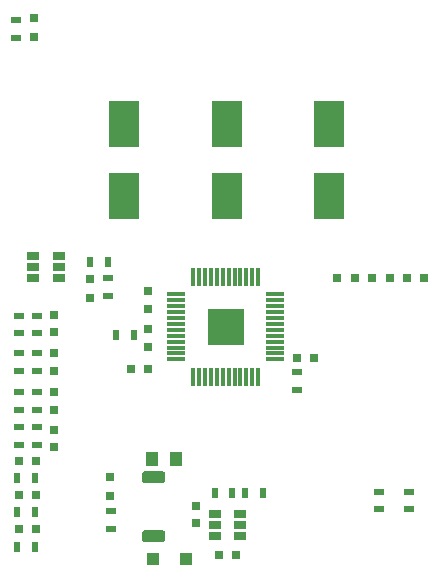
<source format=gtp>
G04 #@! TF.GenerationSoftware,KiCad,Pcbnew,(5.1.4)-1*
G04 #@! TF.CreationDate,2019-08-28T01:11:50-07:00*
G04 #@! TF.ProjectId,ESC Drivetrain V1,45534320-4472-4697-9665-747261696e20,rev?*
G04 #@! TF.SameCoordinates,Original*
G04 #@! TF.FileFunction,Paste,Top*
G04 #@! TF.FilePolarity,Positive*
%FSLAX46Y46*%
G04 Gerber Fmt 4.6, Leading zero omitted, Abs format (unit mm)*
G04 Created by KiCad (PCBNEW (5.1.4)-1) date 2019-08-28 01:11:50*
%MOMM*%
%LPD*%
G04 APERTURE LIST*
%ADD10R,0.750000X0.800000*%
%ADD11R,0.800000X0.750000*%
%ADD12R,2.500000X4.000000*%
%ADD13R,1.000000X1.250000*%
%ADD14R,0.800000X0.800000*%
%ADD15R,1.100000X1.100000*%
%ADD16R,0.900000X0.500000*%
%ADD17R,0.500000X0.900000*%
%ADD18R,0.300000X1.500000*%
%ADD19R,1.500000X0.300000*%
%ADD20R,3.102000X3.102000*%
%ADD21R,1.060000X0.650000*%
%ADD22C,0.100000*%
%ADD23C,1.000000*%
G04 APERTURE END LIST*
D10*
X122925000Y-142525000D03*
X122925000Y-144025000D03*
X118875000Y-129100000D03*
X118875000Y-127600000D03*
D11*
X132925000Y-130000000D03*
X131425000Y-130000000D03*
D10*
X118875000Y-124350000D03*
X118875000Y-125850000D03*
X110900000Y-131150000D03*
X110900000Y-129650000D03*
X110900000Y-134400000D03*
X110900000Y-132900000D03*
X110900000Y-126350000D03*
X110900000Y-127850000D03*
D11*
X134850000Y-123300000D03*
X136350000Y-123300000D03*
D12*
X116850000Y-116350000D03*
X116850000Y-110250000D03*
X125500000Y-116350000D03*
X125500000Y-110250000D03*
X134150000Y-116350000D03*
X134150000Y-110250000D03*
D11*
X137800000Y-123300000D03*
X139300000Y-123300000D03*
D10*
X110900000Y-137600000D03*
X110900000Y-136100000D03*
D11*
X140750000Y-123300000D03*
X142250000Y-123300000D03*
D13*
X121175000Y-138575000D03*
X119175000Y-138575000D03*
D11*
X126325000Y-146725000D03*
X124825000Y-146725000D03*
X109400000Y-138750000D03*
X107900000Y-138750000D03*
X109400000Y-141650000D03*
X107900000Y-141650000D03*
X109400000Y-144550000D03*
X107900000Y-144550000D03*
D14*
X109150000Y-101250000D03*
X109150000Y-102850000D03*
X113975000Y-123350000D03*
X113975000Y-124950000D03*
X115650000Y-140150000D03*
X115650000Y-141750000D03*
D15*
X119275000Y-147025000D03*
X122075000Y-147025000D03*
D16*
X131450000Y-132725000D03*
X131450000Y-131225000D03*
D17*
X116175000Y-128050000D03*
X117675000Y-128050000D03*
D16*
X107950000Y-131150000D03*
X107950000Y-129650000D03*
X107950000Y-134400000D03*
X107950000Y-132900000D03*
X107950000Y-126450000D03*
X107950000Y-127950000D03*
D17*
X113975000Y-121900000D03*
X115475000Y-121900000D03*
D16*
X107650000Y-102900000D03*
X107650000Y-101400000D03*
X115475000Y-124750000D03*
X115475000Y-123250000D03*
X109450000Y-129650000D03*
X109450000Y-131150000D03*
X109450000Y-132900000D03*
X109450000Y-134400000D03*
X109450000Y-127950000D03*
X109450000Y-126450000D03*
X107950000Y-137400000D03*
X107950000Y-135900000D03*
X109450000Y-135900000D03*
X109450000Y-137400000D03*
X115675000Y-143025000D03*
X115675000Y-144525000D03*
D17*
X124475000Y-141425000D03*
X125975000Y-141425000D03*
X127075000Y-141425000D03*
X128575000Y-141425000D03*
X109250000Y-140200000D03*
X107750000Y-140200000D03*
X109250000Y-143100000D03*
X107750000Y-143100000D03*
X109250000Y-146000000D03*
X107750000Y-146000000D03*
D16*
X140950000Y-141350000D03*
X140950000Y-142850000D03*
X138400000Y-141350000D03*
X138400000Y-142850000D03*
D18*
X122675000Y-131600000D03*
X123175000Y-131600000D03*
X123675000Y-131600000D03*
X124175000Y-131600000D03*
X124675000Y-131600000D03*
X125175000Y-131600000D03*
X125675000Y-131600000D03*
X126175000Y-131600000D03*
X126675000Y-131600000D03*
X127175000Y-131600000D03*
X127675000Y-131600000D03*
X128175000Y-131600000D03*
D19*
X129625000Y-130150000D03*
X129625000Y-129650000D03*
X129625000Y-129150000D03*
X129625000Y-128650000D03*
X129625000Y-128150000D03*
X129625000Y-127650000D03*
X129625000Y-127150000D03*
X129625000Y-126650000D03*
X129625000Y-126150000D03*
X129625000Y-125650000D03*
X129625000Y-125150000D03*
X129625000Y-124650000D03*
D18*
X128175000Y-123200000D03*
X127675000Y-123200000D03*
X127175000Y-123200000D03*
X126675000Y-123200000D03*
X126175000Y-123200000D03*
X125675000Y-123200000D03*
X125175000Y-123200000D03*
X124675000Y-123200000D03*
X124175000Y-123200000D03*
X123675000Y-123200000D03*
X123175000Y-123200000D03*
X122675000Y-123200000D03*
D19*
X121225000Y-124650000D03*
X121225000Y-125150000D03*
X121225000Y-125650000D03*
X121225000Y-126150000D03*
X121225000Y-126650000D03*
X121225000Y-127150000D03*
X121225000Y-127650000D03*
X121225000Y-128150000D03*
X121225000Y-128650000D03*
X121225000Y-129150000D03*
X121225000Y-129650000D03*
X121225000Y-130150000D03*
D20*
X125425000Y-127400000D03*
D21*
X126675000Y-145125000D03*
X126675000Y-144175000D03*
X126675000Y-143225000D03*
X124475000Y-143225000D03*
X124475000Y-145125000D03*
X124475000Y-144175000D03*
X109100000Y-121400000D03*
X109100000Y-122350000D03*
X109100000Y-123300000D03*
X111300000Y-123300000D03*
X111300000Y-121400000D03*
X111300000Y-122350000D03*
D22*
G36*
X120099504Y-144626204D02*
G01*
X120123773Y-144629804D01*
X120147571Y-144635765D01*
X120170671Y-144644030D01*
X120192849Y-144654520D01*
X120213893Y-144667133D01*
X120233598Y-144681747D01*
X120251777Y-144698223D01*
X120268253Y-144716402D01*
X120282867Y-144736107D01*
X120295480Y-144757151D01*
X120305970Y-144779329D01*
X120314235Y-144802429D01*
X120320196Y-144826227D01*
X120323796Y-144850496D01*
X120325000Y-144875000D01*
X120325000Y-145375000D01*
X120323796Y-145399504D01*
X120320196Y-145423773D01*
X120314235Y-145447571D01*
X120305970Y-145470671D01*
X120295480Y-145492849D01*
X120282867Y-145513893D01*
X120268253Y-145533598D01*
X120251777Y-145551777D01*
X120233598Y-145568253D01*
X120213893Y-145582867D01*
X120192849Y-145595480D01*
X120170671Y-145605970D01*
X120147571Y-145614235D01*
X120123773Y-145620196D01*
X120099504Y-145623796D01*
X120075000Y-145625000D01*
X118575000Y-145625000D01*
X118550496Y-145623796D01*
X118526227Y-145620196D01*
X118502429Y-145614235D01*
X118479329Y-145605970D01*
X118457151Y-145595480D01*
X118436107Y-145582867D01*
X118416402Y-145568253D01*
X118398223Y-145551777D01*
X118381747Y-145533598D01*
X118367133Y-145513893D01*
X118354520Y-145492849D01*
X118344030Y-145470671D01*
X118335765Y-145447571D01*
X118329804Y-145423773D01*
X118326204Y-145399504D01*
X118325000Y-145375000D01*
X118325000Y-144875000D01*
X118326204Y-144850496D01*
X118329804Y-144826227D01*
X118335765Y-144802429D01*
X118344030Y-144779329D01*
X118354520Y-144757151D01*
X118367133Y-144736107D01*
X118381747Y-144716402D01*
X118398223Y-144698223D01*
X118416402Y-144681747D01*
X118436107Y-144667133D01*
X118457151Y-144654520D01*
X118479329Y-144644030D01*
X118502429Y-144635765D01*
X118526227Y-144629804D01*
X118550496Y-144626204D01*
X118575000Y-144625000D01*
X120075000Y-144625000D01*
X120099504Y-144626204D01*
X120099504Y-144626204D01*
G37*
D23*
X119325000Y-145125000D03*
D22*
G36*
X120099504Y-139626204D02*
G01*
X120123773Y-139629804D01*
X120147571Y-139635765D01*
X120170671Y-139644030D01*
X120192849Y-139654520D01*
X120213893Y-139667133D01*
X120233598Y-139681747D01*
X120251777Y-139698223D01*
X120268253Y-139716402D01*
X120282867Y-139736107D01*
X120295480Y-139757151D01*
X120305970Y-139779329D01*
X120314235Y-139802429D01*
X120320196Y-139826227D01*
X120323796Y-139850496D01*
X120325000Y-139875000D01*
X120325000Y-140375000D01*
X120323796Y-140399504D01*
X120320196Y-140423773D01*
X120314235Y-140447571D01*
X120305970Y-140470671D01*
X120295480Y-140492849D01*
X120282867Y-140513893D01*
X120268253Y-140533598D01*
X120251777Y-140551777D01*
X120233598Y-140568253D01*
X120213893Y-140582867D01*
X120192849Y-140595480D01*
X120170671Y-140605970D01*
X120147571Y-140614235D01*
X120123773Y-140620196D01*
X120099504Y-140623796D01*
X120075000Y-140625000D01*
X118575000Y-140625000D01*
X118550496Y-140623796D01*
X118526227Y-140620196D01*
X118502429Y-140614235D01*
X118479329Y-140605970D01*
X118457151Y-140595480D01*
X118436107Y-140582867D01*
X118416402Y-140568253D01*
X118398223Y-140551777D01*
X118381747Y-140533598D01*
X118367133Y-140513893D01*
X118354520Y-140492849D01*
X118344030Y-140470671D01*
X118335765Y-140447571D01*
X118329804Y-140423773D01*
X118326204Y-140399504D01*
X118325000Y-140375000D01*
X118325000Y-139875000D01*
X118326204Y-139850496D01*
X118329804Y-139826227D01*
X118335765Y-139802429D01*
X118344030Y-139779329D01*
X118354520Y-139757151D01*
X118367133Y-139736107D01*
X118381747Y-139716402D01*
X118398223Y-139698223D01*
X118416402Y-139681747D01*
X118436107Y-139667133D01*
X118457151Y-139654520D01*
X118479329Y-139644030D01*
X118502429Y-139635765D01*
X118526227Y-139629804D01*
X118550496Y-139626204D01*
X118575000Y-139625000D01*
X120075000Y-139625000D01*
X120099504Y-139626204D01*
X120099504Y-139626204D01*
G37*
D23*
X119325000Y-140125000D03*
D11*
X118875000Y-130925000D03*
X117375000Y-130925000D03*
M02*

</source>
